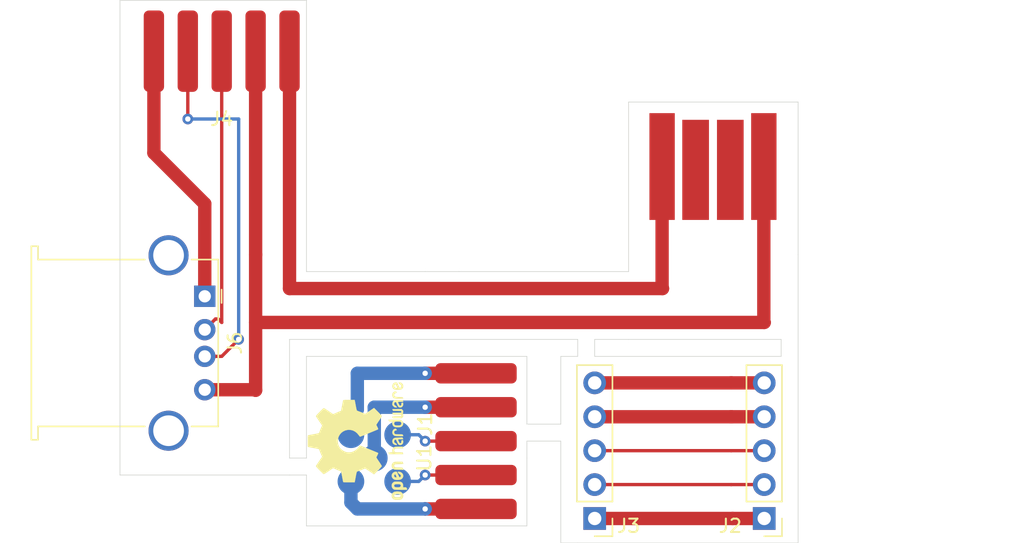
<source format=kicad_pcb>
(kicad_pcb (version 20171130) (host pcbnew 5.1.4)

  (general
    (thickness 1.6)
    (drawings 35)
    (tracks 66)
    (zones 0)
    (modules 8)
    (nets 17)
  )

  (page A4)
  (layers
    (0 F.Cu signal)
    (31 B.Cu signal)
    (32 B.Adhes user)
    (33 F.Adhes user)
    (34 B.Paste user)
    (35 F.Paste user)
    (36 B.SilkS user)
    (37 F.SilkS user)
    (38 B.Mask user)
    (39 F.Mask user)
    (40 Dwgs.User user)
    (41 Cmts.User user)
    (42 Eco1.User user)
    (43 Eco2.User user)
    (44 Edge.Cuts user)
    (45 Margin user)
    (46 B.CrtYd user)
    (47 F.CrtYd user)
    (48 B.Fab user)
    (49 F.Fab user)
  )

  (setup
    (last_trace_width 0.25)
    (trace_clearance 0.2)
    (zone_clearance 0.508)
    (zone_45_only no)
    (trace_min 0.2)
    (via_size 0.8)
    (via_drill 0.4)
    (via_min_size 0.4)
    (via_min_drill 0.3)
    (uvia_size 0.3)
    (uvia_drill 0.1)
    (uvias_allowed no)
    (uvia_min_size 0.2)
    (uvia_min_drill 0.1)
    (edge_width 0.05)
    (segment_width 0.2)
    (pcb_text_width 0.3)
    (pcb_text_size 1.5 1.5)
    (mod_edge_width 0.12)
    (mod_text_size 1 1)
    (mod_text_width 0.15)
    (pad_size 1.524 1.524)
    (pad_drill 0.762)
    (pad_to_mask_clearance 0.051)
    (solder_mask_min_width 0.25)
    (aux_axis_origin 0 0)
    (visible_elements FFFFFF7F)
    (pcbplotparams
      (layerselection 0x010e0_ffffffff)
      (usegerberextensions false)
      (usegerberattributes false)
      (usegerberadvancedattributes false)
      (creategerberjobfile false)
      (excludeedgelayer true)
      (linewidth 0.100000)
      (plotframeref false)
      (viasonmask false)
      (mode 1)
      (useauxorigin false)
      (hpglpennumber 1)
      (hpglpenspeed 20)
      (hpglpendiameter 15.000000)
      (psnegative false)
      (psa4output false)
      (plotreference true)
      (plotvalue true)
      (plotinvisibletext false)
      (padsonsilk false)
      (subtractmaskfromsilk false)
      (outputformat 1)
      (mirror false)
      (drillshape 0)
      (scaleselection 1)
      (outputdirectory "output/"))
  )

  (net 0 "")
  (net 1 "Net-(J1-Pad1)")
  (net 2 "Net-(J1-Pad2)")
  (net 3 "Net-(J1-Pad3)")
  (net 4 "Net-(J1-Pad4)")
  (net 5 "Net-(J1-Pad5)")
  (net 6 "Net-(J2-Pad1)")
  (net 7 "Net-(J2-Pad2)")
  (net 8 "Net-(J2-Pad3)")
  (net 9 "Net-(J2-Pad4)")
  (net 10 "Net-(J2-Pad5)")
  (net 11 "Net-(J4-Pad5)")
  (net 12 "Net-(J4-Pad4)")
  (net 13 "Net-(J4-Pad3)")
  (net 14 "Net-(J4-Pad2)")
  (net 15 "Net-(J4-Pad1)")
  (net 16 "Net-(J6-Pad5)")

  (net_class Default "This is the default net class."
    (clearance 0.2)
    (trace_width 0.25)
    (via_dia 0.8)
    (via_drill 0.4)
    (uvia_dia 0.3)
    (uvia_drill 0.1)
    (add_net "Net-(J1-Pad1)")
    (add_net "Net-(J1-Pad2)")
    (add_net "Net-(J1-Pad3)")
    (add_net "Net-(J1-Pad4)")
    (add_net "Net-(J1-Pad5)")
    (add_net "Net-(J2-Pad1)")
    (add_net "Net-(J2-Pad2)")
    (add_net "Net-(J2-Pad3)")
    (add_net "Net-(J2-Pad4)")
    (add_net "Net-(J2-Pad5)")
    (add_net "Net-(J4-Pad1)")
    (add_net "Net-(J4-Pad2)")
    (add_net "Net-(J4-Pad3)")
    (add_net "Net-(J4-Pad4)")
    (add_net "Net-(J4-Pad5)")
    (add_net "Net-(J6-Pad5)")
  )

  (module Connector_PinHeader_2.54mm:PinHeader_1x05_P2.54mm_Vertical (layer F.Cu) (tedit 59FED5CC) (tstamp 5D8FB0A6)
    (at 149.86 115.014999 180)
    (descr "Through hole straight pin header, 1x05, 2.54mm pitch, single row")
    (tags "Through hole pin header THT 1x05 2.54mm single row")
    (path /5D8FADFA)
    (fp_text reference J3 (at -2.54 -0.555001) (layer F.SilkS)
      (effects (font (size 1 1) (thickness 0.15)))
    )
    (fp_text value Conn_01x05_Male (at 0 12.49) (layer F.Fab)
      (effects (font (size 1 1) (thickness 0.15)))
    )
    (fp_text user %R (at 0 5.08 90) (layer F.Fab)
      (effects (font (size 1 1) (thickness 0.15)))
    )
    (fp_line (start 1.8 -1.8) (end -1.8 -1.8) (layer F.CrtYd) (width 0.05))
    (fp_line (start 1.8 11.95) (end 1.8 -1.8) (layer F.CrtYd) (width 0.05))
    (fp_line (start -1.8 11.95) (end 1.8 11.95) (layer F.CrtYd) (width 0.05))
    (fp_line (start -1.8 -1.8) (end -1.8 11.95) (layer F.CrtYd) (width 0.05))
    (fp_line (start -1.33 -1.33) (end 0 -1.33) (layer F.SilkS) (width 0.12))
    (fp_line (start -1.33 0) (end -1.33 -1.33) (layer F.SilkS) (width 0.12))
    (fp_line (start -1.33 1.27) (end 1.33 1.27) (layer F.SilkS) (width 0.12))
    (fp_line (start 1.33 1.27) (end 1.33 11.49) (layer F.SilkS) (width 0.12))
    (fp_line (start -1.33 1.27) (end -1.33 11.49) (layer F.SilkS) (width 0.12))
    (fp_line (start -1.33 11.49) (end 1.33 11.49) (layer F.SilkS) (width 0.12))
    (fp_line (start -1.27 -0.635) (end -0.635 -1.27) (layer F.Fab) (width 0.1))
    (fp_line (start -1.27 11.43) (end -1.27 -0.635) (layer F.Fab) (width 0.1))
    (fp_line (start 1.27 11.43) (end -1.27 11.43) (layer F.Fab) (width 0.1))
    (fp_line (start 1.27 -1.27) (end 1.27 11.43) (layer F.Fab) (width 0.1))
    (fp_line (start -0.635 -1.27) (end 1.27 -1.27) (layer F.Fab) (width 0.1))
    (pad 5 thru_hole oval (at 0 10.16 180) (size 1.7 1.7) (drill 1) (layers *.Cu *.Mask)
      (net 10 "Net-(J2-Pad5)"))
    (pad 4 thru_hole oval (at 0 7.62 180) (size 1.7 1.7) (drill 1) (layers *.Cu *.Mask)
      (net 9 "Net-(J2-Pad4)"))
    (pad 3 thru_hole oval (at 0 5.08 180) (size 1.7 1.7) (drill 1) (layers *.Cu *.Mask)
      (net 8 "Net-(J2-Pad3)"))
    (pad 2 thru_hole oval (at 0 2.54 180) (size 1.7 1.7) (drill 1) (layers *.Cu *.Mask)
      (net 7 "Net-(J2-Pad2)"))
    (pad 1 thru_hole rect (at 0 0 180) (size 1.7 1.7) (drill 1) (layers *.Cu *.Mask)
      (net 6 "Net-(J2-Pad1)"))
    (model ${KISYS3DMOD}/Connector_PinHeader_2.54mm.3dshapes/PinHeader_1x05_P2.54mm_Vertical.wrl
      (at (xyz 0 0 0))
      (scale (xyz 1 1 1))
      (rotate (xyz 0 0 0))
    )
  )

  (module Symbol:OSHW-Logo2_9.8x8mm_SilkScreen (layer F.Cu) (tedit 0) (tstamp 5D8FAAC9)
    (at 132.08 109.22 90)
    (descr "Open Source Hardware Symbol")
    (tags "Logo Symbol OSHW")
    (attr virtual)
    (fp_text reference REF** (at 0 0 90) (layer F.SilkS) hide
      (effects (font (size 1 1) (thickness 0.15)))
    )
    (fp_text value OSHW-Logo2_9.8x8mm_SilkScreen (at 0.75 0 90) (layer F.Fab) hide
      (effects (font (size 1 1) (thickness 0.15)))
    )
    (fp_poly (pts (xy 0.139878 -3.712224) (xy 0.245612 -3.711645) (xy 0.322132 -3.710078) (xy 0.374372 -3.707028)
      (xy 0.407263 -3.702004) (xy 0.425737 -3.694511) (xy 0.434727 -3.684056) (xy 0.439163 -3.670147)
      (xy 0.439594 -3.668346) (xy 0.446333 -3.635855) (xy 0.458808 -3.571748) (xy 0.475719 -3.482849)
      (xy 0.495771 -3.375981) (xy 0.517664 -3.257967) (xy 0.518429 -3.253822) (xy 0.540359 -3.138169)
      (xy 0.560877 -3.035986) (xy 0.578659 -2.953402) (xy 0.592381 -2.896544) (xy 0.600718 -2.871542)
      (xy 0.601116 -2.871099) (xy 0.625677 -2.85889) (xy 0.676315 -2.838544) (xy 0.742095 -2.814455)
      (xy 0.742461 -2.814326) (xy 0.825317 -2.783182) (xy 0.923 -2.743509) (xy 1.015077 -2.703619)
      (xy 1.019434 -2.701647) (xy 1.169407 -2.63358) (xy 1.501498 -2.860361) (xy 1.603374 -2.929496)
      (xy 1.695657 -2.991303) (xy 1.773003 -3.042267) (xy 1.830064 -3.078873) (xy 1.861495 -3.097606)
      (xy 1.864479 -3.098996) (xy 1.887321 -3.09281) (xy 1.929982 -3.062965) (xy 1.994128 -3.008053)
      (xy 2.081421 -2.926666) (xy 2.170535 -2.840078) (xy 2.256441 -2.754753) (xy 2.333327 -2.676892)
      (xy 2.396564 -2.611303) (xy 2.441523 -2.562795) (xy 2.463576 -2.536175) (xy 2.464396 -2.534805)
      (xy 2.466834 -2.516537) (xy 2.45765 -2.486705) (xy 2.434574 -2.441279) (xy 2.395337 -2.37623)
      (xy 2.33767 -2.28753) (xy 2.260795 -2.173343) (xy 2.19257 -2.072838) (xy 2.131582 -1.982697)
      (xy 2.081356 -1.908151) (xy 2.045416 -1.854435) (xy 2.027287 -1.826782) (xy 2.026146 -1.824905)
      (xy 2.028359 -1.79841) (xy 2.045138 -1.746914) (xy 2.073142 -1.680149) (xy 2.083122 -1.658828)
      (xy 2.126672 -1.563841) (xy 2.173134 -1.456063) (xy 2.210877 -1.362808) (xy 2.238073 -1.293594)
      (xy 2.259675 -1.240994) (xy 2.272158 -1.213503) (xy 2.273709 -1.211384) (xy 2.296668 -1.207876)
      (xy 2.350786 -1.198262) (xy 2.428868 -1.183911) (xy 2.523719 -1.166193) (xy 2.628143 -1.146475)
      (xy 2.734944 -1.126126) (xy 2.836926 -1.106514) (xy 2.926894 -1.089009) (xy 2.997653 -1.074978)
      (xy 3.042006 -1.065791) (xy 3.052885 -1.063193) (xy 3.064122 -1.056782) (xy 3.072605 -1.042303)
      (xy 3.078714 -1.014867) (xy 3.082832 -0.969589) (xy 3.085341 -0.90158) (xy 3.086621 -0.805953)
      (xy 3.087054 -0.67782) (xy 3.087077 -0.625299) (xy 3.087077 -0.198155) (xy 2.9845 -0.177909)
      (xy 2.927431 -0.16693) (xy 2.842269 -0.150905) (xy 2.739372 -0.131767) (xy 2.629096 -0.111449)
      (xy 2.598615 -0.105868) (xy 2.496855 -0.086083) (xy 2.408205 -0.066627) (xy 2.340108 -0.049303)
      (xy 2.300004 -0.035912) (xy 2.293323 -0.031921) (xy 2.276919 -0.003658) (xy 2.253399 0.051109)
      (xy 2.227316 0.121588) (xy 2.222142 0.136769) (xy 2.187956 0.230896) (xy 2.145523 0.337101)
      (xy 2.103997 0.432473) (xy 2.103792 0.432916) (xy 2.03464 0.582525) (xy 2.489512 1.251617)
      (xy 2.1975 1.544116) (xy 2.10918 1.63117) (xy 2.028625 1.707909) (xy 1.96036 1.770237)
      (xy 1.908908 1.814056) (xy 1.878794 1.83527) (xy 1.874474 1.836616) (xy 1.849111 1.826016)
      (xy 1.797358 1.796547) (xy 1.724868 1.751705) (xy 1.637294 1.694984) (xy 1.542612 1.631462)
      (xy 1.446516 1.566668) (xy 1.360837 1.510287) (xy 1.291016 1.465788) (xy 1.242494 1.436639)
      (xy 1.220782 1.426308) (xy 1.194293 1.43505) (xy 1.144062 1.458087) (xy 1.080451 1.490631)
      (xy 1.073708 1.494249) (xy 0.988046 1.53721) (xy 0.929306 1.558279) (xy 0.892772 1.558503)
      (xy 0.873731 1.538928) (xy 0.87362 1.538654) (xy 0.864102 1.515472) (xy 0.841403 1.460441)
      (xy 0.807282 1.377822) (xy 0.7635 1.271872) (xy 0.711816 1.146852) (xy 0.653992 1.00702)
      (xy 0.597991 0.871637) (xy 0.536447 0.722234) (xy 0.479939 0.583832) (xy 0.430161 0.460673)
      (xy 0.388806 0.357002) (xy 0.357568 0.277059) (xy 0.338141 0.225088) (xy 0.332154 0.205692)
      (xy 0.347168 0.183443) (xy 0.386439 0.147982) (xy 0.438807 0.108887) (xy 0.587941 -0.014755)
      (xy 0.704511 -0.156478) (xy 0.787118 -0.313296) (xy 0.834366 -0.482225) (xy 0.844857 -0.660278)
      (xy 0.837231 -0.742461) (xy 0.795682 -0.912969) (xy 0.724123 -1.063541) (xy 0.626995 -1.192691)
      (xy 0.508734 -1.298936) (xy 0.37378 -1.38079) (xy 0.226571 -1.436768) (xy 0.071544 -1.465385)
      (xy -0.086861 -1.465156) (xy -0.244206 -1.434595) (xy -0.396054 -1.372218) (xy -0.537965 -1.27654)
      (xy -0.597197 -1.222428) (xy -0.710797 -1.08348) (xy -0.789894 -0.931639) (xy -0.835014 -0.771333)
      (xy -0.846684 -0.606988) (xy -0.825431 -0.443029) (xy -0.77178 -0.283882) (xy -0.68626 -0.133975)
      (xy -0.569395 0.002267) (xy -0.438807 0.108887) (xy -0.384412 0.149642) (xy -0.345986 0.184718)
      (xy -0.332154 0.205726) (xy -0.339397 0.228635) (xy -0.359995 0.283365) (xy -0.392254 0.365672)
      (xy -0.434479 0.471315) (xy -0.484977 0.59605) (xy -0.542052 0.735636) (xy -0.598146 0.87167)
      (xy -0.660033 1.021201) (xy -0.717356 1.159767) (xy -0.768356 1.283107) (xy -0.811273 1.386964)
      (xy -0.844347 1.46708) (xy -0.865819 1.519195) (xy -0.873775 1.538654) (xy -0.892571 1.558423)
      (xy -0.928926 1.558365) (xy -0.987521 1.537441) (xy -1.073032 1.494613) (xy -1.073708 1.494249)
      (xy -1.138093 1.461012) (xy -1.190139 1.436802) (xy -1.219488 1.426404) (xy -1.220783 1.426308)
      (xy -1.242876 1.436855) (xy -1.291652 1.466184) (xy -1.361669 1.510827) (xy -1.447486 1.567314)
      (xy -1.542612 1.631462) (xy -1.63946 1.696411) (xy -1.726747 1.752896) (xy -1.798819 1.797421)
      (xy -1.850023 1.82649) (xy -1.874474 1.836616) (xy -1.89699 1.823307) (xy -1.942258 1.786112)
      (xy -2.005756 1.729128) (xy -2.082961 1.656449) (xy -2.169349 1.572171) (xy -2.197601 1.544016)
      (xy -2.489713 1.251416) (xy -2.267369 0.925104) (xy -2.199798 0.824897) (xy -2.140493 0.734963)
      (xy -2.092783 0.66051) (xy -2.059993 0.606751) (xy -2.045452 0.578894) (xy -2.045026 0.576912)
      (xy -2.052692 0.550655) (xy -2.073311 0.497837) (xy -2.103315 0.42731) (xy -2.124375 0.380093)
      (xy -2.163752 0.289694) (xy -2.200835 0.198366) (xy -2.229585 0.1212) (xy -2.237395 0.097692)
      (xy -2.259583 0.034916) (xy -2.281273 -0.013589) (xy -2.293187 -0.031921) (xy -2.319477 -0.043141)
      (xy -2.376858 -0.059046) (xy -2.457882 -0.077833) (xy -2.555105 -0.097701) (xy -2.598615 -0.105868)
      (xy -2.709104 -0.126171) (xy -2.815084 -0.14583) (xy -2.906199 -0.162912) (xy -2.972092 -0.175482)
      (xy -2.9845 -0.177909) (xy -3.087077 -0.198155) (xy -3.087077 -0.625299) (xy -3.086847 -0.765754)
      (xy -3.085901 -0.872021) (xy -3.083859 -0.948987) (xy -3.080338 -1.00154) (xy -3.074957 -1.034567)
      (xy -3.067334 -1.052955) (xy -3.057088 -1.061592) (xy -3.052885 -1.063193) (xy -3.02753 -1.068873)
      (xy -2.971516 -1.080205) (xy -2.892036 -1.095821) (xy -2.796288 -1.114353) (xy -2.691467 -1.134431)
      (xy -2.584768 -1.154688) (xy -2.483387 -1.173754) (xy -2.394521 -1.190261) (xy -2.325363 -1.202841)
      (xy -2.283111 -1.210125) (xy -2.27371 -1.211384) (xy -2.265193 -1.228237) (xy -2.24634 -1.27313)
      (xy -2.220676 -1.33757) (xy -2.210877 -1.362808) (xy -2.171352 -1.460314) (xy -2.124808 -1.568041)
      (xy -2.083123 -1.658828) (xy -2.05245 -1.728247) (xy -2.032044 -1.78529) (xy -2.025232 -1.820223)
      (xy -2.026318 -1.824905) (xy -2.040715 -1.847009) (xy -2.073588 -1.896169) (xy -2.12141 -1.967152)
      (xy -2.180652 -2.054722) (xy -2.247785 -2.153643) (xy -2.261059 -2.17317) (xy -2.338954 -2.28886)
      (xy -2.396213 -2.376956) (xy -2.435119 -2.441514) (xy -2.457956 -2.486589) (xy -2.467006 -2.516237)
      (xy -2.464552 -2.534515) (xy -2.464489 -2.534631) (xy -2.445173 -2.558639) (xy -2.402449 -2.605053)
      (xy -2.340949 -2.669063) (xy -2.265302 -2.745855) (xy -2.180139 -2.830618) (xy -2.170535 -2.840078)
      (xy -2.06321 -2.944011) (xy -1.980385 -3.020325) (xy -1.920395 -3.070429) (xy -1.881577 -3.09573)
      (xy -1.86448 -3.098996) (xy -1.839527 -3.08475) (xy -1.787745 -3.051844) (xy -1.71448 -3.003792)
      (xy -1.62508 -2.94411) (xy -1.524889 -2.876312) (xy -1.501499 -2.860361) (xy -1.169407 -2.63358)
      (xy -1.019435 -2.701647) (xy -0.92823 -2.741315) (xy -0.830331 -2.781209) (xy -0.746169 -2.813017)
      (xy -0.742462 -2.814326) (xy -0.676631 -2.838424) (xy -0.625884 -2.8588) (xy -0.601158 -2.871064)
      (xy -0.601116 -2.871099) (xy -0.593271 -2.893266) (xy -0.579934 -2.947783) (xy -0.56243 -3.02852)
      (xy -0.542083 -3.12935) (xy -0.520218 -3.244144) (xy -0.518429 -3.253822) (xy -0.496496 -3.372096)
      (xy -0.47636 -3.479458) (xy -0.45932 -3.569083) (xy -0.446672 -3.634149) (xy -0.439716 -3.667832)
      (xy -0.439594 -3.668346) (xy -0.435361 -3.682675) (xy -0.427129 -3.693493) (xy -0.409967 -3.701294)
      (xy -0.378942 -3.706571) (xy -0.329122 -3.709818) (xy -0.255576 -3.711528) (xy -0.153371 -3.712193)
      (xy -0.017575 -3.712307) (xy 0 -3.712308) (xy 0.139878 -3.712224)) (layer F.SilkS) (width 0.01))
    (fp_poly (pts (xy 4.245224 2.647838) (xy 4.322528 2.698361) (xy 4.359814 2.74359) (xy 4.389353 2.825663)
      (xy 4.391699 2.890607) (xy 4.386385 2.977445) (xy 4.186115 3.065103) (xy 4.088739 3.109887)
      (xy 4.025113 3.145913) (xy 3.992029 3.177117) (xy 3.98628 3.207436) (xy 4.004658 3.240805)
      (xy 4.024923 3.262923) (xy 4.083889 3.298393) (xy 4.148024 3.300879) (xy 4.206926 3.273235)
      (xy 4.250197 3.21832) (xy 4.257936 3.198928) (xy 4.295006 3.138364) (xy 4.337654 3.112552)
      (xy 4.396154 3.090471) (xy 4.396154 3.174184) (xy 4.390982 3.23115) (xy 4.370723 3.279189)
      (xy 4.328262 3.334346) (xy 4.321951 3.341514) (xy 4.27472 3.390585) (xy 4.234121 3.41692)
      (xy 4.183328 3.429035) (xy 4.14122 3.433003) (xy 4.065902 3.433991) (xy 4.012286 3.421466)
      (xy 3.978838 3.402869) (xy 3.926268 3.361975) (xy 3.889879 3.317748) (xy 3.86685 3.262126)
      (xy 3.854359 3.187047) (xy 3.849587 3.084449) (xy 3.849206 3.032376) (xy 3.850501 2.969948)
      (xy 3.968471 2.969948) (xy 3.969839 3.003438) (xy 3.973249 3.008923) (xy 3.995753 3.001472)
      (xy 4.044182 2.981753) (xy 4.108908 2.953718) (xy 4.122443 2.947692) (xy 4.204244 2.906096)
      (xy 4.249312 2.869538) (xy 4.259217 2.835296) (xy 4.235526 2.800648) (xy 4.21596 2.785339)
      (xy 4.14536 2.754721) (xy 4.07928 2.75978) (xy 4.023959 2.797151) (xy 3.985636 2.863473)
      (xy 3.973349 2.916116) (xy 3.968471 2.969948) (xy 3.850501 2.969948) (xy 3.85173 2.91072)
      (xy 3.861032 2.82071) (xy 3.87946 2.755167) (xy 3.90936 2.706912) (xy 3.95308 2.668767)
      (xy 3.972141 2.65644) (xy 4.058726 2.624336) (xy 4.153522 2.622316) (xy 4.245224 2.647838)) (layer F.SilkS) (width 0.01))
    (fp_poly (pts (xy 3.570807 2.636782) (xy 3.594161 2.646988) (xy 3.649902 2.691134) (xy 3.697569 2.754967)
      (xy 3.727048 2.823087) (xy 3.731846 2.85667) (xy 3.71576 2.903556) (xy 3.680475 2.928365)
      (xy 3.642644 2.943387) (xy 3.625321 2.946155) (xy 3.616886 2.926066) (xy 3.60023 2.882351)
      (xy 3.592923 2.862598) (xy 3.551948 2.794271) (xy 3.492622 2.760191) (xy 3.416552 2.761239)
      (xy 3.410918 2.762581) (xy 3.370305 2.781836) (xy 3.340448 2.819375) (xy 3.320055 2.879809)
      (xy 3.307836 2.967751) (xy 3.3025 3.087813) (xy 3.302 3.151698) (xy 3.301752 3.252403)
      (xy 3.300126 3.321054) (xy 3.295801 3.364673) (xy 3.287454 3.390282) (xy 3.273765 3.404903)
      (xy 3.253411 3.415558) (xy 3.252234 3.416095) (xy 3.213038 3.432667) (xy 3.193619 3.438769)
      (xy 3.190635 3.420319) (xy 3.188081 3.369323) (xy 3.18614 3.292308) (xy 3.184997 3.195805)
      (xy 3.184769 3.125184) (xy 3.185932 2.988525) (xy 3.190479 2.884851) (xy 3.199999 2.808108)
      (xy 3.216081 2.752246) (xy 3.240313 2.711212) (xy 3.274286 2.678954) (xy 3.307833 2.65644)
      (xy 3.388499 2.626476) (xy 3.482381 2.619718) (xy 3.570807 2.636782)) (layer F.SilkS) (width 0.01))
    (fp_poly (pts (xy 2.887333 2.633528) (xy 2.94359 2.659117) (xy 2.987747 2.690124) (xy 3.020101 2.724795)
      (xy 3.042438 2.76952) (xy 3.056546 2.830692) (xy 3.064211 2.914701) (xy 3.06722 3.02794)
      (xy 3.067538 3.102509) (xy 3.067538 3.39342) (xy 3.017773 3.416095) (xy 2.978576 3.432667)
      (xy 2.959157 3.438769) (xy 2.955442 3.42061) (xy 2.952495 3.371648) (xy 2.950691 3.300153)
      (xy 2.950308 3.243385) (xy 2.948661 3.161371) (xy 2.944222 3.096309) (xy 2.93774 3.056467)
      (xy 2.93259 3.048) (xy 2.897977 3.056646) (xy 2.84364 3.078823) (xy 2.780722 3.108886)
      (xy 2.720368 3.141192) (xy 2.673721 3.170098) (xy 2.651926 3.189961) (xy 2.651839 3.190175)
      (xy 2.653714 3.226935) (xy 2.670525 3.262026) (xy 2.700039 3.290528) (xy 2.743116 3.300061)
      (xy 2.779932 3.29895) (xy 2.832074 3.298133) (xy 2.859444 3.310349) (xy 2.875882 3.342624)
      (xy 2.877955 3.34871) (xy 2.885081 3.394739) (xy 2.866024 3.422687) (xy 2.816353 3.436007)
      (xy 2.762697 3.43847) (xy 2.666142 3.42021) (xy 2.616159 3.394131) (xy 2.554429 3.332868)
      (xy 2.52169 3.25767) (xy 2.518753 3.178211) (xy 2.546424 3.104167) (xy 2.588047 3.057769)
      (xy 2.629604 3.031793) (xy 2.694922 2.998907) (xy 2.771038 2.965557) (xy 2.783726 2.960461)
      (xy 2.867333 2.923565) (xy 2.91553 2.891046) (xy 2.93103 2.858718) (xy 2.91655 2.822394)
      (xy 2.891692 2.794) (xy 2.832939 2.759039) (xy 2.768293 2.756417) (xy 2.709008 2.783358)
      (xy 2.666339 2.837088) (xy 2.660739 2.85095) (xy 2.628133 2.901936) (xy 2.58053 2.939787)
      (xy 2.520461 2.97085) (xy 2.520461 2.882768) (xy 2.523997 2.828951) (xy 2.539156 2.786534)
      (xy 2.572768 2.741279) (xy 2.605035 2.70642) (xy 2.655209 2.657062) (xy 2.694193 2.630547)
      (xy 2.736064 2.619911) (xy 2.78346 2.618154) (xy 2.887333 2.633528)) (layer F.SilkS) (width 0.01))
    (fp_poly (pts (xy 2.395929 2.636662) (xy 2.398911 2.688068) (xy 2.401247 2.766192) (xy 2.402749 2.864857)
      (xy 2.403231 2.968343) (xy 2.403231 3.318533) (xy 2.341401 3.380363) (xy 2.298793 3.418462)
      (xy 2.26139 3.433895) (xy 2.21027 3.432918) (xy 2.189978 3.430433) (xy 2.126554 3.4232)
      (xy 2.074095 3.419055) (xy 2.061308 3.418672) (xy 2.018199 3.421176) (xy 1.956544 3.427462)
      (xy 1.932638 3.430433) (xy 1.873922 3.435028) (xy 1.834464 3.425046) (xy 1.795338 3.394228)
      (xy 1.781215 3.380363) (xy 1.719385 3.318533) (xy 1.719385 2.663503) (xy 1.76915 2.640829)
      (xy 1.812002 2.624034) (xy 1.837073 2.618154) (xy 1.843501 2.636736) (xy 1.849509 2.688655)
      (xy 1.854697 2.768172) (xy 1.858664 2.869546) (xy 1.860577 2.955192) (xy 1.865923 3.292231)
      (xy 1.91256 3.298825) (xy 1.954976 3.294214) (xy 1.97576 3.279287) (xy 1.98157 3.251377)
      (xy 1.98653 3.191925) (xy 1.990246 3.108466) (xy 1.992324 3.008532) (xy 1.992624 2.957104)
      (xy 1.992923 2.661054) (xy 2.054454 2.639604) (xy 2.098004 2.62502) (xy 2.121694 2.618219)
      (xy 2.122377 2.618154) (xy 2.124754 2.636642) (xy 2.127366 2.687906) (xy 2.129995 2.765649)
      (xy 2.132421 2.863574) (xy 2.134115 2.955192) (xy 2.139461 3.292231) (xy 2.256692 3.292231)
      (xy 2.262072 2.984746) (xy 2.267451 2.677261) (xy 2.324601 2.647707) (xy 2.366797 2.627413)
      (xy 2.39177 2.618204) (xy 2.392491 2.618154) (xy 2.395929 2.636662)) (layer F.SilkS) (width 0.01))
    (fp_poly (pts (xy 1.602081 2.780289) (xy 1.601833 2.92632) (xy 1.600872 3.038655) (xy 1.598794 3.122678)
      (xy 1.595193 3.183769) (xy 1.589665 3.227309) (xy 1.581804 3.258679) (xy 1.571207 3.283262)
      (xy 1.563182 3.297294) (xy 1.496728 3.373388) (xy 1.41247 3.421084) (xy 1.319249 3.438199)
      (xy 1.2259 3.422546) (xy 1.170312 3.394418) (xy 1.111957 3.34576) (xy 1.072186 3.286333)
      (xy 1.04819 3.208507) (xy 1.037161 3.104652) (xy 1.035599 3.028462) (xy 1.035809 3.022986)
      (xy 1.172308 3.022986) (xy 1.173141 3.110355) (xy 1.176961 3.168192) (xy 1.185746 3.206029)
      (xy 1.201474 3.233398) (xy 1.220266 3.254042) (xy 1.283375 3.29389) (xy 1.351137 3.297295)
      (xy 1.415179 3.264025) (xy 1.420164 3.259517) (xy 1.441439 3.236067) (xy 1.454779 3.208166)
      (xy 1.462001 3.166641) (xy 1.464923 3.102316) (xy 1.465385 3.0312) (xy 1.464383 2.941858)
      (xy 1.460238 2.882258) (xy 1.451236 2.843089) (xy 1.435667 2.81504) (xy 1.422902 2.800144)
      (xy 1.3636 2.762575) (xy 1.295301 2.758057) (xy 1.23011 2.786753) (xy 1.217528 2.797406)
      (xy 1.196111 2.821063) (xy 1.182744 2.849251) (xy 1.175566 2.891245) (xy 1.172719 2.956319)
      (xy 1.172308 3.022986) (xy 1.035809 3.022986) (xy 1.040322 2.905765) (xy 1.056362 2.813577)
      (xy 1.086528 2.744269) (xy 1.133629 2.690211) (xy 1.170312 2.662505) (xy 1.23699 2.632572)
      (xy 1.314272 2.618678) (xy 1.38611 2.622397) (xy 1.426308 2.6374) (xy 1.442082 2.64167)
      (xy 1.45255 2.62575) (xy 1.459856 2.583089) (xy 1.465385 2.518106) (xy 1.471437 2.445732)
      (xy 1.479844 2.402187) (xy 1.495141 2.377287) (xy 1.521864 2.360845) (xy 1.538654 2.353564)
      (xy 1.602154 2.326963) (xy 1.602081 2.780289)) (layer F.SilkS) (width 0.01))
    (fp_poly (pts (xy 0.713362 2.62467) (xy 0.802117 2.657421) (xy 0.874022 2.71535) (xy 0.902144 2.756128)
      (xy 0.932802 2.830954) (xy 0.932165 2.885058) (xy 0.899987 2.921446) (xy 0.888081 2.927633)
      (xy 0.836675 2.946925) (xy 0.810422 2.941982) (xy 0.80153 2.909587) (xy 0.801077 2.891692)
      (xy 0.784797 2.825859) (xy 0.742365 2.779807) (xy 0.683388 2.757564) (xy 0.617475 2.763161)
      (xy 0.563895 2.792229) (xy 0.545798 2.80881) (xy 0.532971 2.828925) (xy 0.524306 2.859332)
      (xy 0.518696 2.906788) (xy 0.515035 2.97805) (xy 0.512215 3.079875) (xy 0.511484 3.112115)
      (xy 0.50882 3.22241) (xy 0.505792 3.300036) (xy 0.50125 3.351396) (xy 0.494046 3.38289)
      (xy 0.483033 3.40092) (xy 0.46706 3.411888) (xy 0.456834 3.416733) (xy 0.413406 3.433301)
      (xy 0.387842 3.438769) (xy 0.379395 3.420507) (xy 0.374239 3.365296) (xy 0.372346 3.272499)
      (xy 0.373689 3.141478) (xy 0.374107 3.121269) (xy 0.377058 3.001733) (xy 0.380548 2.914449)
      (xy 0.385514 2.852591) (xy 0.392893 2.809336) (xy 0.403624 2.77786) (xy 0.418645 2.751339)
      (xy 0.426502 2.739975) (xy 0.471553 2.689692) (xy 0.52194 2.650581) (xy 0.528108 2.647167)
      (xy 0.618458 2.620212) (xy 0.713362 2.62467)) (layer F.SilkS) (width 0.01))
    (fp_poly (pts (xy 0.053501 2.626303) (xy 0.13006 2.654733) (xy 0.130936 2.655279) (xy 0.178285 2.690127)
      (xy 0.213241 2.730852) (xy 0.237825 2.783925) (xy 0.254062 2.855814) (xy 0.263975 2.952992)
      (xy 0.269586 3.081928) (xy 0.270077 3.100298) (xy 0.277141 3.377287) (xy 0.217695 3.408028)
      (xy 0.174681 3.428802) (xy 0.14871 3.438646) (xy 0.147509 3.438769) (xy 0.143014 3.420606)
      (xy 0.139444 3.371612) (xy 0.137248 3.300031) (xy 0.136769 3.242068) (xy 0.136758 3.14817)
      (xy 0.132466 3.089203) (xy 0.117503 3.061079) (xy 0.085482 3.059706) (xy 0.030014 3.080998)
      (xy -0.053731 3.120136) (xy -0.115311 3.152643) (xy -0.146983 3.180845) (xy -0.156294 3.211582)
      (xy -0.156308 3.213104) (xy -0.140943 3.266054) (xy -0.095453 3.29466) (xy -0.025834 3.298803)
      (xy 0.024313 3.298084) (xy 0.050754 3.312527) (xy 0.067243 3.347218) (xy 0.076733 3.391416)
      (xy 0.063057 3.416493) (xy 0.057907 3.420082) (xy 0.009425 3.434496) (xy -0.058469 3.436537)
      (xy -0.128388 3.426983) (xy -0.177932 3.409522) (xy -0.24643 3.351364) (xy -0.285366 3.270408)
      (xy -0.293077 3.20716) (xy -0.287193 3.150111) (xy -0.265899 3.103542) (xy -0.223735 3.062181)
      (xy -0.155241 3.020755) (xy -0.054956 2.973993) (xy -0.048846 2.97135) (xy 0.04149 2.929617)
      (xy 0.097235 2.895391) (xy 0.121129 2.864635) (xy 0.115913 2.833311) (xy 0.084328 2.797383)
      (xy 0.074883 2.789116) (xy 0.011617 2.757058) (xy -0.053936 2.758407) (xy -0.111028 2.789838)
      (xy -0.148907 2.848024) (xy -0.152426 2.859446) (xy -0.1867 2.914837) (xy -0.230191 2.941518)
      (xy -0.293077 2.96796) (xy -0.293077 2.899548) (xy -0.273948 2.80011) (xy -0.217169 2.708902)
      (xy -0.187622 2.678389) (xy -0.120458 2.639228) (xy -0.035044 2.6215) (xy 0.053501 2.626303)) (layer F.SilkS) (width 0.01))
    (fp_poly (pts (xy -0.840154 2.49212) (xy -0.834428 2.57198) (xy -0.827851 2.619039) (xy -0.818738 2.639566)
      (xy -0.805402 2.639829) (xy -0.801077 2.637378) (xy -0.743556 2.619636) (xy -0.668732 2.620672)
      (xy -0.592661 2.63891) (xy -0.545082 2.662505) (xy -0.496298 2.700198) (xy -0.460636 2.742855)
      (xy -0.436155 2.797057) (xy -0.420913 2.869384) (xy -0.41297 2.966419) (xy -0.410384 3.094742)
      (xy -0.410338 3.119358) (xy -0.410308 3.39587) (xy -0.471839 3.41732) (xy -0.515541 3.431912)
      (xy -0.539518 3.438706) (xy -0.540223 3.438769) (xy -0.542585 3.420345) (xy -0.544594 3.369526)
      (xy -0.546099 3.292993) (xy -0.546947 3.19743) (xy -0.547077 3.139329) (xy -0.547349 3.024771)
      (xy -0.548748 2.942667) (xy -0.552151 2.886393) (xy -0.558433 2.849326) (xy -0.568471 2.824844)
      (xy -0.583139 2.806325) (xy -0.592298 2.797406) (xy -0.655211 2.761466) (xy -0.723864 2.758775)
      (xy -0.786152 2.78917) (xy -0.797671 2.800144) (xy -0.814567 2.820779) (xy -0.826286 2.845256)
      (xy -0.833767 2.880647) (xy -0.837946 2.934026) (xy -0.839763 3.012466) (xy -0.840154 3.120617)
      (xy -0.840154 3.39587) (xy -0.901685 3.41732) (xy -0.945387 3.431912) (xy -0.969364 3.438706)
      (xy -0.97007 3.438769) (xy -0.971874 3.420069) (xy -0.9735 3.367322) (xy -0.974883 3.285557)
      (xy -0.975958 3.179805) (xy -0.97666 3.055094) (xy -0.976923 2.916455) (xy -0.976923 2.381806)
      (xy -0.849923 2.328236) (xy -0.840154 2.49212)) (layer F.SilkS) (width 0.01))
    (fp_poly (pts (xy -2.465746 2.599745) (xy -2.388714 2.651567) (xy -2.329184 2.726412) (xy -2.293622 2.821654)
      (xy -2.286429 2.891756) (xy -2.287246 2.921009) (xy -2.294086 2.943407) (xy -2.312888 2.963474)
      (xy -2.349592 2.985733) (xy -2.410138 3.014709) (xy -2.500466 3.054927) (xy -2.500923 3.055129)
      (xy -2.584067 3.09321) (xy -2.652247 3.127025) (xy -2.698495 3.152933) (xy -2.715842 3.167295)
      (xy -2.715846 3.167411) (xy -2.700557 3.198685) (xy -2.664804 3.233157) (xy -2.623758 3.25799)
      (xy -2.602963 3.262923) (xy -2.54623 3.245862) (xy -2.497373 3.203133) (xy -2.473535 3.156155)
      (xy -2.450603 3.121522) (xy -2.405682 3.082081) (xy -2.352877 3.048009) (xy -2.30629 3.02948)
      (xy -2.296548 3.028462) (xy -2.285582 3.045215) (xy -2.284921 3.088039) (xy -2.29298 3.145781)
      (xy -2.308173 3.207289) (xy -2.328914 3.261409) (xy -2.329962 3.26351) (xy -2.392379 3.35066)
      (xy -2.473274 3.409939) (xy -2.565144 3.439034) (xy -2.660487 3.435634) (xy -2.751802 3.397428)
      (xy -2.755862 3.394741) (xy -2.827694 3.329642) (xy -2.874927 3.244705) (xy -2.901066 3.133021)
      (xy -2.904574 3.101643) (xy -2.910787 2.953536) (xy -2.903339 2.884468) (xy -2.715846 2.884468)
      (xy -2.71341 2.927552) (xy -2.700086 2.940126) (xy -2.666868 2.930719) (xy -2.614506 2.908483)
      (xy -2.555976 2.88061) (xy -2.554521 2.879872) (xy -2.504911 2.853777) (xy -2.485 2.836363)
      (xy -2.48991 2.818107) (xy -2.510584 2.79412) (xy -2.563181 2.759406) (xy -2.619823 2.756856)
      (xy -2.670631 2.782119) (xy -2.705724 2.830847) (xy -2.715846 2.884468) (xy -2.903339 2.884468)
      (xy -2.898008 2.835036) (xy -2.865222 2.741055) (xy -2.819579 2.675215) (xy -2.737198 2.608681)
      (xy -2.646454 2.575676) (xy -2.553815 2.573573) (xy -2.465746 2.599745)) (layer F.SilkS) (width 0.01))
    (fp_poly (pts (xy -3.983114 2.587256) (xy -3.891536 2.635409) (xy -3.823951 2.712905) (xy -3.799943 2.762727)
      (xy -3.781262 2.837533) (xy -3.771699 2.932052) (xy -3.770792 3.03521) (xy -3.778079 3.135935)
      (xy -3.793097 3.223153) (xy -3.815385 3.285791) (xy -3.822235 3.296579) (xy -3.903368 3.377105)
      (xy -3.999734 3.425336) (xy -4.104299 3.43945) (xy -4.210032 3.417629) (xy -4.239457 3.404547)
      (xy -4.296759 3.364231) (xy -4.34705 3.310775) (xy -4.351803 3.303995) (xy -4.371122 3.271321)
      (xy -4.383892 3.236394) (xy -4.391436 3.190414) (xy -4.395076 3.124584) (xy -4.396135 3.030105)
      (xy -4.396154 3.008923) (xy -4.396106 3.002182) (xy -4.200769 3.002182) (xy -4.199632 3.091349)
      (xy -4.195159 3.15052) (xy -4.185754 3.188741) (xy -4.169824 3.215053) (xy -4.161692 3.223846)
      (xy -4.114942 3.257261) (xy -4.069553 3.255737) (xy -4.02366 3.226752) (xy -3.996288 3.195809)
      (xy -3.980077 3.150643) (xy -3.970974 3.07942) (xy -3.970349 3.071114) (xy -3.968796 2.942037)
      (xy -3.985035 2.846172) (xy -4.018848 2.784107) (xy -4.070016 2.756432) (xy -4.08828 2.754923)
      (xy -4.13624 2.762513) (xy -4.169047 2.788808) (xy -4.189105 2.839095) (xy -4.198822 2.918664)
      (xy -4.200769 3.002182) (xy -4.396106 3.002182) (xy -4.395426 2.908249) (xy -4.392371 2.837906)
      (xy -4.385678 2.789163) (xy -4.37404 2.753288) (xy -4.356147 2.721548) (xy -4.352192 2.715648)
      (xy -4.285733 2.636104) (xy -4.213315 2.589929) (xy -4.125151 2.571599) (xy -4.095213 2.570703)
      (xy -3.983114 2.587256)) (layer F.SilkS) (width 0.01))
    (fp_poly (pts (xy -1.728336 2.595089) (xy -1.665633 2.631358) (xy -1.622039 2.667358) (xy -1.590155 2.705075)
      (xy -1.56819 2.751199) (xy -1.554351 2.812421) (xy -1.546847 2.895431) (xy -1.543883 3.006919)
      (xy -1.543539 3.087062) (xy -1.543539 3.382065) (xy -1.709615 3.456515) (xy -1.719385 3.133402)
      (xy -1.723421 3.012729) (xy -1.727656 2.925141) (xy -1.732903 2.86465) (xy -1.739975 2.825268)
      (xy -1.749689 2.801007) (xy -1.762856 2.78588) (xy -1.767081 2.782606) (xy -1.831091 2.757034)
      (xy -1.895792 2.767153) (xy -1.934308 2.794) (xy -1.949975 2.813024) (xy -1.96082 2.837988)
      (xy -1.967712 2.875834) (xy -1.971521 2.933502) (xy -1.973117 3.017935) (xy -1.973385 3.105928)
      (xy -1.973437 3.216323) (xy -1.975328 3.294463) (xy -1.981655 3.347165) (xy -1.995017 3.381242)
      (xy -2.018015 3.403511) (xy -2.053246 3.420787) (xy -2.100303 3.438738) (xy -2.151697 3.458278)
      (xy -2.145579 3.111485) (xy -2.143116 2.986468) (xy -2.140233 2.894082) (xy -2.136102 2.827881)
      (xy -2.129893 2.78142) (xy -2.120774 2.748256) (xy -2.107917 2.721944) (xy -2.092416 2.698729)
      (xy -2.017629 2.624569) (xy -1.926372 2.581684) (xy -1.827117 2.571412) (xy -1.728336 2.595089)) (layer F.SilkS) (width 0.01))
    (fp_poly (pts (xy -3.231114 2.584505) (xy -3.156461 2.621727) (xy -3.090569 2.690261) (xy -3.072423 2.715648)
      (xy -3.052655 2.748866) (xy -3.039828 2.784945) (xy -3.03249 2.833098) (xy -3.029187 2.902536)
      (xy -3.028462 2.994206) (xy -3.031737 3.11983) (xy -3.043123 3.214154) (xy -3.064959 3.284523)
      (xy -3.099581 3.338286) (xy -3.14933 3.382788) (xy -3.152986 3.385423) (xy -3.202015 3.412377)
      (xy -3.261055 3.425712) (xy -3.336141 3.429) (xy -3.458205 3.429) (xy -3.458256 3.547497)
      (xy -3.459392 3.613492) (xy -3.466314 3.652202) (xy -3.484402 3.675419) (xy -3.519038 3.694933)
      (xy -3.527355 3.69892) (xy -3.56628 3.717603) (xy -3.596417 3.729403) (xy -3.618826 3.730422)
      (xy -3.634567 3.716761) (xy -3.644698 3.684522) (xy -3.650277 3.629804) (xy -3.652365 3.548711)
      (xy -3.652019 3.437344) (xy -3.6503 3.291802) (xy -3.649763 3.248269) (xy -3.647828 3.098205)
      (xy -3.646096 3.000042) (xy -3.458308 3.000042) (xy -3.457252 3.083364) (xy -3.452562 3.13788)
      (xy -3.441949 3.173837) (xy -3.423128 3.201482) (xy -3.41035 3.214965) (xy -3.35811 3.254417)
      (xy -3.311858 3.257628) (xy -3.264133 3.225049) (xy -3.262923 3.223846) (xy -3.243506 3.198668)
      (xy -3.231693 3.164447) (xy -3.225735 3.111748) (xy -3.22388 3.031131) (xy -3.223846 3.013271)
      (xy -3.22833 2.902175) (xy -3.242926 2.825161) (xy -3.26935 2.778147) (xy -3.309317 2.75705)
      (xy -3.332416 2.754923) (xy -3.387238 2.7649) (xy -3.424842 2.797752) (xy -3.447477 2.857857)
      (xy -3.457394 2.949598) (xy -3.458308 3.000042) (xy -3.646096 3.000042) (xy -3.645778 2.98206)
      (xy -3.643127 2.894679) (xy -3.639394 2.830905) (xy -3.634093 2.785582) (xy -3.626742 2.753555)
      (xy -3.616857 2.729668) (xy -3.603954 2.708764) (xy -3.598421 2.700898) (xy -3.525031 2.626595)
      (xy -3.43224 2.584467) (xy -3.324904 2.572722) (xy -3.231114 2.584505)) (layer F.SilkS) (width 0.01))
  )

  (module USBSMD:usb-PCB (layer F.Cu) (tedit 542BB0AF) (tstamp 5D8FA5E7)
    (at 158.72 83.75 180)
    (path /5D8FE41D)
    (attr virtual)
    (fp_text reference J5 (at 0.13 -7.85) (layer F.SilkS) hide
      (effects (font (size 1.5 1.5) (thickness 0.15)))
    )
    (fp_text value USB_A (at 0.29 -10.13) (layer F.SilkS) hide
      (effects (font (size 1.5 1.5) (thickness 0.15)))
    )
    (fp_line (start 6.03 0) (end 6.03 -12) (layer Dwgs.User) (width 0.15))
    (fp_line (start 6.03 0) (end -6.03 0) (layer Dwgs.User) (width 0.15))
    (fp_line (start -6.03 0) (end -6.03 -12) (layer Dwgs.User) (width 0.15))
    (pad 1 connect rect (at 3.81 -4.9 180) (size 1.9 8) (layers F.Cu F.Mask)
      (net 15 "Net-(J4-Pad1)"))
    (pad 4 connect rect (at -3.81 -4.9 180) (size 1.9 8) (layers F.Cu F.Mask)
      (net 14 "Net-(J4-Pad2)"))
    (pad 3 connect rect (at -1.3 -5.15 180) (size 2 7.5) (layers F.Cu F.Mask))
    (pad 2 connect rect (at 1.3 -5.15 180) (size 2 7.5) (layers F.Cu F.Mask))
  )

  (module "Fairphone-Back:Pad 01x05" (layer F.Cu) (tedit 5D8F3D6A) (tstamp 5D8FB236)
    (at 140.97 109.22 270)
    (path /5D8F4781)
    (fp_text reference J1 (at -1.27 3.81 90) (layer F.SilkS)
      (effects (font (size 1 1) (thickness 0.15)))
    )
    (fp_text value Conn_01x05 (at 0 -3.75 90) (layer F.Fab)
      (effects (font (size 1 1) (thickness 0.15)))
    )
    (pad 1 smd roundrect (at -5.08 0 270) (size 1.524 6.096) (layers F.Cu F.Paste F.Mask) (roundrect_rratio 0.25)
      (net 1 "Net-(J1-Pad1)"))
    (pad 2 smd roundrect (at -2.54 0 270) (size 1.524 6.096) (layers F.Cu F.Paste F.Mask) (roundrect_rratio 0.25)
      (net 2 "Net-(J1-Pad2)"))
    (pad 3 smd roundrect (at 0 0 270) (size 1.524 6.096) (layers F.Cu F.Paste F.Mask) (roundrect_rratio 0.25)
      (net 3 "Net-(J1-Pad3)"))
    (pad 4 smd roundrect (at 2.54 0 270) (size 1.524 6.096) (layers F.Cu F.Paste F.Mask) (roundrect_rratio 0.25)
      (net 4 "Net-(J1-Pad4)"))
    (pad 5 smd roundrect (at 5.08 0 270) (size 1.524 6.096) (layers F.Cu F.Paste F.Mask) (roundrect_rratio 0.25)
      (net 5 "Net-(J1-Pad5)"))
  )

  (module Connector_PinHeader_2.54mm:PinHeader_1x05_P2.54mm_Vertical (layer F.Cu) (tedit 59FED5CC) (tstamp 5D8FB0EE)
    (at 162.56 115.014999 180)
    (descr "Through hole straight pin header, 1x05, 2.54mm pitch, single row")
    (tags "Through hole pin header THT 1x05 2.54mm single row")
    (path /5D8F6C29)
    (fp_text reference J2 (at 2.54 -0.555001) (layer F.SilkS)
      (effects (font (size 1 1) (thickness 0.15)))
    )
    (fp_text value Conn_01x05_Male (at -12.7 8.334999) (layer F.Fab)
      (effects (font (size 1 1) (thickness 0.15)))
    )
    (fp_line (start -0.635 -1.27) (end 1.27 -1.27) (layer F.Fab) (width 0.1))
    (fp_line (start 1.27 -1.27) (end 1.27 11.43) (layer F.Fab) (width 0.1))
    (fp_line (start 1.27 11.43) (end -1.27 11.43) (layer F.Fab) (width 0.1))
    (fp_line (start -1.27 11.43) (end -1.27 -0.635) (layer F.Fab) (width 0.1))
    (fp_line (start -1.27 -0.635) (end -0.635 -1.27) (layer F.Fab) (width 0.1))
    (fp_line (start -1.33 11.49) (end 1.33 11.49) (layer F.SilkS) (width 0.12))
    (fp_line (start -1.33 1.27) (end -1.33 11.49) (layer F.SilkS) (width 0.12))
    (fp_line (start 1.33 1.27) (end 1.33 11.49) (layer F.SilkS) (width 0.12))
    (fp_line (start -1.33 1.27) (end 1.33 1.27) (layer F.SilkS) (width 0.12))
    (fp_line (start -1.33 0) (end -1.33 -1.33) (layer F.SilkS) (width 0.12))
    (fp_line (start -1.33 -1.33) (end 0 -1.33) (layer F.SilkS) (width 0.12))
    (fp_line (start -1.8 -1.8) (end -1.8 11.95) (layer F.CrtYd) (width 0.05))
    (fp_line (start -1.8 11.95) (end 1.8 11.95) (layer F.CrtYd) (width 0.05))
    (fp_line (start 1.8 11.95) (end 1.8 -1.8) (layer F.CrtYd) (width 0.05))
    (fp_line (start 1.8 -1.8) (end -1.8 -1.8) (layer F.CrtYd) (width 0.05))
    (fp_text user %R (at 0 5.08 90) (layer F.Fab)
      (effects (font (size 1 1) (thickness 0.15)))
    )
    (pad 1 thru_hole rect (at 0 0 180) (size 1.7 1.7) (drill 1) (layers *.Cu *.Mask)
      (net 6 "Net-(J2-Pad1)"))
    (pad 2 thru_hole oval (at 0 2.54 180) (size 1.7 1.7) (drill 1) (layers *.Cu *.Mask)
      (net 7 "Net-(J2-Pad2)"))
    (pad 3 thru_hole oval (at 0 5.08 180) (size 1.7 1.7) (drill 1) (layers *.Cu *.Mask)
      (net 8 "Net-(J2-Pad3)"))
    (pad 4 thru_hole oval (at 0 7.62 180) (size 1.7 1.7) (drill 1) (layers *.Cu *.Mask)
      (net 9 "Net-(J2-Pad4)"))
    (pad 5 thru_hole oval (at 0 10.16 180) (size 1.7 1.7) (drill 1) (layers *.Cu *.Mask)
      (net 10 "Net-(J2-Pad5)"))
    (model ${KISYS3DMOD}/Connector_PinHeader_2.54mm.3dshapes/PinHeader_1x05_P2.54mm_Vertical.wrl
      (at (xyz 0 0 0))
      (scale (xyz 1 1 1))
      (rotate (xyz 0 0 0))
    )
  )

  (module "Fairphone-Back:Pad 01x05" (layer F.Cu) (tedit 5D8F3D6A) (tstamp 5D8F9E46)
    (at 121.92 80.01 180)
    (path /5D8FA5E5)
    (fp_text reference J4 (at 0 -5.08) (layer F.SilkS)
      (effects (font (size 1 1) (thickness 0.15)))
    )
    (fp_text value Conn_01x05 (at 0 -3.75) (layer F.Fab)
      (effects (font (size 1 1) (thickness 0.15)))
    )
    (pad 5 smd roundrect (at 5.08 0 180) (size 1.524 6.096) (layers F.Cu F.Paste F.Mask) (roundrect_rratio 0.25)
      (net 11 "Net-(J4-Pad5)"))
    (pad 4 smd roundrect (at 2.54 0 180) (size 1.524 6.096) (layers F.Cu F.Paste F.Mask) (roundrect_rratio 0.25)
      (net 12 "Net-(J4-Pad4)"))
    (pad 3 smd roundrect (at 0 0 180) (size 1.524 6.096) (layers F.Cu F.Paste F.Mask) (roundrect_rratio 0.25)
      (net 13 "Net-(J4-Pad3)"))
    (pad 2 smd roundrect (at -2.54 0 180) (size 1.524 6.096) (layers F.Cu F.Paste F.Mask) (roundrect_rratio 0.25)
      (net 14 "Net-(J4-Pad2)"))
    (pad 1 smd roundrect (at -5.08 0 180) (size 1.524 6.096) (layers F.Cu F.Paste F.Mask) (roundrect_rratio 0.25)
      (net 15 "Net-(J4-Pad1)"))
  )

  (module Connector_USB:USB_A_Stewart_SS-52100-001_Horizontal (layer F.Cu) (tedit 5CB49A87) (tstamp 5D8F9E85)
    (at 120.65 98.37 270)
    (descr "USB A connector https://belfuse.com/resources/drawings/stewartconnector/dr-stw-ss-52100-001.pdf")
    (tags "USB_A Female Connector receptacle")
    (path /5D8F76B3)
    (fp_text reference J6 (at 3.5 -2.26 90) (layer F.SilkS)
      (effects (font (size 1 1) (thickness 0.15)))
    )
    (fp_text value USB_A (at 3.5 14.49 90) (layer F.Fab)
      (effects (font (size 1 1) (thickness 0.15)))
    )
    (fp_line (start 10.25 4.74) (end 11.25 4.74) (layer F.CrtYd) (width 0.05))
    (fp_line (start 10.25 11.99) (end 10.25 4.74) (layer F.CrtYd) (width 0.05))
    (fp_line (start 11.25 11.99) (end 10.25 11.99) (layer F.CrtYd) (width 0.05))
    (fp_line (start 11.25 13.49) (end 11.25 11.99) (layer F.CrtYd) (width 0.05))
    (fp_line (start -4.25 13.49) (end 11.25 13.49) (layer F.CrtYd) (width 0.05))
    (fp_line (start -4.25 11.99) (end -4.25 13.49) (layer F.CrtYd) (width 0.05))
    (fp_line (start -3.25 11.99) (end -4.25 11.99) (layer F.CrtYd) (width 0.05))
    (fp_line (start -3.25 4.74) (end -3.25 11.99) (layer F.CrtYd) (width 0.05))
    (fp_line (start 0 -0.76) (end 0.25 -1.01) (layer F.Fab) (width 0.1))
    (fp_line (start -0.25 -1.01) (end 0 -0.76) (layer F.Fab) (width 0.1))
    (fp_line (start -0.5 -1.26) (end 0.5 -1.26) (layer F.SilkS) (width 0.12))
    (fp_line (start -3.75 12.49) (end -3.75 12.99) (layer F.SilkS) (width 0.12))
    (fp_line (start -2.75 12.49) (end -3.75 12.49) (layer F.SilkS) (width 0.12))
    (fp_line (start -2.75 4.49) (end -2.75 12.49) (layer F.SilkS) (width 0.12))
    (fp_line (start -2.75 -1.01) (end -2.75 0.99) (layer F.SilkS) (width 0.12))
    (fp_line (start 9.75 -1.01) (end -2.75 -1.01) (layer F.SilkS) (width 0.12))
    (fp_line (start 9.75 0.99) (end 9.75 -1.01) (layer F.SilkS) (width 0.12))
    (fp_line (start 9.75 12.49) (end 9.75 4.49) (layer F.SilkS) (width 0.12))
    (fp_line (start 10.75 12.49) (end 9.75 12.49) (layer F.SilkS) (width 0.12))
    (fp_line (start 10.75 12.99) (end 10.75 12.49) (layer F.SilkS) (width 0.12))
    (fp_line (start -3.75 12.99) (end 10.75 12.99) (layer F.SilkS) (width 0.12))
    (fp_text user %R (at 3.5 5.99 90) (layer F.Fab)
      (effects (font (size 1 1) (thickness 0.15)))
    )
    (fp_line (start 9.75 12.49) (end 9.75 -1.01) (layer F.Fab) (width 0.1))
    (fp_line (start -2.75 -1.01) (end 9.75 -1.01) (layer F.Fab) (width 0.1))
    (fp_line (start -2.75 12.49) (end -2.75 -1.01) (layer F.Fab) (width 0.1))
    (fp_line (start -3.75 12.99) (end 10.75 12.99) (layer F.Fab) (width 0.1))
    (fp_line (start -3.75 12.99) (end -3.75 12.49) (layer F.Fab) (width 0.1))
    (fp_line (start -3.75 12.49) (end -2.75 12.49) (layer F.Fab) (width 0.1))
    (fp_line (start 9.75 12.49) (end 10.75 12.49) (layer F.Fab) (width 0.1))
    (fp_line (start 10.75 12.49) (end 10.75 12.99) (layer F.Fab) (width 0.1))
    (fp_line (start 12.15 1.99) (end 11.25 0.69) (layer F.CrtYd) (width 0.05))
    (fp_line (start 10.25 0.69) (end 11.25 0.69) (layer F.CrtYd) (width 0.05))
    (fp_line (start 12.15 1.99) (end 12.15 3.44) (layer F.CrtYd) (width 0.05))
    (fp_line (start 10.25 0.69) (end 10.25 -1.51) (layer F.CrtYd) (width 0.05))
    (fp_line (start 10.25 -1.51) (end -3.25 -1.51) (layer F.CrtYd) (width 0.05))
    (fp_line (start -3.25 0.69) (end -3.25 -1.51) (layer F.CrtYd) (width 0.05))
    (fp_line (start 12.15 3.44) (end 11.25 4.74) (layer F.CrtYd) (width 0.05))
    (fp_line (start -3.25 0.69) (end -4.25 0.69) (layer F.CrtYd) (width 0.05))
    (fp_line (start -5.15 3.44) (end -4.25 4.74) (layer F.CrtYd) (width 0.05))
    (fp_line (start -3.25 4.74) (end -4.25 4.74) (layer F.CrtYd) (width 0.05))
    (fp_line (start -5.15 3.44) (end -5.15 1.99) (layer F.CrtYd) (width 0.05))
    (fp_line (start -5.15 1.99) (end -4.25 0.69) (layer F.CrtYd) (width 0.05))
    (pad 5 thru_hole circle (at 10.07 2.71 270) (size 3 3) (drill 2.3) (layers *.Cu *.Mask)
      (net 16 "Net-(J6-Pad5)"))
    (pad 5 thru_hole circle (at -3.07 2.71 270) (size 3 3) (drill 2.3) (layers *.Cu *.Mask)
      (net 16 "Net-(J6-Pad5)"))
    (pad 1 thru_hole rect (at 0 0 270) (size 1.6 1.6) (drill 0.92) (layers *.Cu *.Mask)
      (net 11 "Net-(J4-Pad5)"))
    (pad 2 thru_hole circle (at 2.5 0 270) (size 1.6 1.6) (drill 0.92) (layers *.Cu *.Mask)
      (net 13 "Net-(J4-Pad3)"))
    (pad 3 thru_hole circle (at 4.5 0 270) (size 1.6 1.6) (drill 0.92) (layers *.Cu *.Mask)
      (net 12 "Net-(J4-Pad4)"))
    (pad 4 thru_hole circle (at 7 0 270) (size 1.6 1.6) (drill 0.92) (layers *.Cu *.Mask)
      (net 14 "Net-(J4-Pad2)"))
    (model ${KISYS3DMOD}/Connector_USB.3dshapes/USB_A_Stewart_SS-52100-001_Horizontal.wrl
      (at (xyz 0 0 0))
      (scale (xyz 1 1 1))
      (rotate (xyz 0 0 0))
    )
  )

  (module Fairphone-Back:Fairphone-Back (layer F.Cu) (tedit 5D8F3F82) (tstamp 5D8F9E8E)
    (at 133.35 110.49 90)
    (path /5D8F35EC)
    (fp_text reference U1 (at 0 3.75 90) (layer F.SilkS)
      (effects (font (size 1 1) (thickness 0.15)))
    )
    (fp_text value FP-Back-Con (at 0.25 -4.25 90) (layer F.Fab)
      (effects (font (size 1 1) (thickness 0.15)))
    )
    (pad 4 connect circle (at -1.75 1.75 90) (size 2 2) (layers B.Cu B.Mask)
      (net 4 "Net-(J1-Pad4)"))
    (pad 5 connect circle (at 1.75 1.75 90) (size 2 2) (layers B.Cu B.Mask)
      (net 3 "Net-(J1-Pad3)"))
    (pad 3 connect circle (at 0 0 90) (size 2 2) (layers B.Cu B.Mask)
      (net 2 "Net-(J1-Pad2)"))
    (pad 1 connect circle (at -1.75 -1.75 90) (size 2 2) (layers B.Cu B.Mask)
      (net 5 "Net-(J1-Pad5)"))
    (pad 2 connect circle (at 1.75 -1.75 90) (size 2 2) (layers B.Cu B.Mask)
      (net 1 "Net-(J1-Pad1)"))
  )

  (gr_line (start 147.32 116.84) (end 148.59 116.84) (layer Edge.Cuts) (width 0.05) (tstamp 5D8FB166))
  (gr_line (start 147.32 109.22) (end 147.32 116.84) (layer Edge.Cuts) (width 0.05))
  (gr_line (start 144.78 109.22) (end 147.32 109.22) (layer Edge.Cuts) (width 0.05))
  (gr_line (start 147.32 107.95) (end 144.78 107.95) (layer Edge.Cuts) (width 0.05) (tstamp 5D8FB165))
  (gr_line (start 147.32 102.87) (end 147.32 107.95) (layer Edge.Cuts) (width 0.05))
  (gr_line (start 148.59 102.87) (end 147.32 102.87) (layer Edge.Cuts) (width 0.05))
  (gr_line (start 144.78 110.49) (end 144.78 109.22) (layer Edge.Cuts) (width 0.05))
  (gr_line (start 128.27 111.76) (end 128.27 115.57) (layer Edge.Cuts) (width 0.05) (tstamp 5D8FB00B))
  (gr_line (start 127 111.76) (end 128.27 111.76) (layer Edge.Cuts) (width 0.05))
  (gr_line (start 128.27 110.49) (end 128.27 102.87) (layer Edge.Cuts) (width 0.05) (tstamp 5D8FB00A))
  (gr_line (start 127 110.49) (end 128.27 110.49) (layer Edge.Cuts) (width 0.05))
  (gr_line (start 127 101.6) (end 127 110.49) (layer Edge.Cuts) (width 0.05))
  (gr_line (start 137.16 96.52) (end 139.7 96.52) (layer Edge.Cuts) (width 0.05) (tstamp 5D8FAFEC))
  (gr_line (start 165.1 116.84) (end 148.59 116.84) (layer Edge.Cuts) (width 0.05) (tstamp 5D8FAF79))
  (gr_line (start 165.1 95.25) (end 165.1 116.84) (layer Edge.Cuts) (width 0.05) (tstamp 5D8FB083))
  (gr_line (start 163.83 101.6) (end 163.83 102.87) (layer Edge.Cuts) (width 0.05) (tstamp 5D8FAF78))
  (gr_line (start 152.4 101.6) (end 163.83 101.6) (layer Edge.Cuts) (width 0.05))
  (gr_line (start 149.86 102.87) (end 163.83 102.87) (layer Edge.Cuts) (width 0.05))
  (gr_line (start 149.86 101.6) (end 149.86 102.87) (layer Edge.Cuts) (width 0.05))
  (gr_line (start 148.59 101.6) (end 148.59 102.87) (layer Edge.Cuts) (width 0.05) (tstamp 5D8FAF75))
  (gr_line (start 148.59 101.6) (end 127 101.6) (layer Edge.Cuts) (width 0.05) (tstamp 5D8FAF73))
  (gr_line (start 149.86 101.6) (end 152.4 101.6) (layer Edge.Cuts) (width 0.05) (tstamp 5D8FAF72))
  (gr_line (start 128.27 76.2) (end 114.3 76.2) (layer Edge.Cuts) (width 0.05) (tstamp 5D8FAACC))
  (gr_line (start 128.27 96.52) (end 128.27 76.2) (layer Edge.Cuts) (width 0.05))
  (gr_line (start 137.16 96.52) (end 128.27 96.52) (layer Edge.Cuts) (width 0.05))
  (gr_line (start 144.78 115.57) (end 144.78 110.49) (layer Edge.Cuts) (width 0.05))
  (gr_line (start 128.27 115.57) (end 144.78 115.57) (layer Edge.Cuts) (width 0.05))
  (gr_line (start 144.78 102.87) (end 128.27 102.87) (layer Edge.Cuts) (width 0.05))
  (gr_line (start 144.78 107.95) (end 144.78 102.87) (layer Edge.Cuts) (width 0.05))
  (gr_line (start 152.4 96.52) (end 139.7 96.52) (layer Edge.Cuts) (width 0.05))
  (gr_line (start 152.4 83.82) (end 152.4 96.52) (layer Edge.Cuts) (width 0.05))
  (gr_line (start 165.1 83.82) (end 152.4 83.82) (layer Edge.Cuts) (width 0.05))
  (gr_line (start 165.1 95.25) (end 165.1 83.82) (layer Edge.Cuts) (width 0.05))
  (gr_line (start 114.3 111.76) (end 127 111.76) (layer Edge.Cuts) (width 0.05))
  (gr_line (start 114.3 76.2) (end 114.3 111.76) (layer Edge.Cuts) (width 0.05))

  (segment (start 131.6 107.325787) (end 132.08 106.845787) (width 1) (layer B.Cu) (net 1))
  (segment (start 131.6 108.74) (end 131.6 107.325787) (width 1) (layer B.Cu) (net 1))
  (segment (start 132.08 106.845787) (end 132.08 104.14) (width 1) (layer B.Cu) (net 1))
  (segment (start 132.08 104.14) (end 137.16 104.14) (width 1) (layer B.Cu) (net 1))
  (segment (start 137.16 104.14) (end 137.16 104.14) (width 0.25) (layer B.Cu) (net 1) (tstamp 5D8FA2BD))
  (via (at 137.16 104.14) (size 1) (drill 0.4) (layers F.Cu B.Cu) (net 1))
  (segment (start 137.16 104.14) (end 140.97 104.14) (width 1) (layer F.Cu) (net 1))
  (segment (start 133.35 110.49) (end 133.35 106.68) (width 1) (layer B.Cu) (net 2))
  (segment (start 133.35 106.68) (end 137.16 106.68) (width 1) (layer B.Cu) (net 2))
  (segment (start 137.16 106.68) (end 137.16 106.68) (width 0.25) (layer B.Cu) (net 2) (tstamp 5D8FA2BB))
  (via (at 137.16 106.68) (size 1) (drill 0.4) (layers F.Cu B.Cu) (net 2))
  (segment (start 137.16 106.68) (end 140.97 106.68) (width 1) (layer F.Cu) (net 2))
  (segment (start 135.1 108.74) (end 136.68 108.74) (width 0.25) (layer B.Cu) (net 3))
  (segment (start 136.68 108.74) (end 137.16 109.22) (width 0.25) (layer B.Cu) (net 3))
  (segment (start 137.16 109.22) (end 137.16 109.22) (width 0.25) (layer B.Cu) (net 3) (tstamp 5D8FA2B9))
  (via (at 137.16 109.22) (size 0.8) (drill 0.4) (layers F.Cu B.Cu) (net 3))
  (segment (start 137.16 109.22) (end 140.97 109.22) (width 0.25) (layer F.Cu) (net 3))
  (segment (start 135.1 112.24) (end 136.68 112.24) (width 0.25) (layer B.Cu) (net 4))
  (segment (start 136.68 112.24) (end 137.16 111.76) (width 0.25) (layer B.Cu) (net 4))
  (segment (start 137.16 111.76) (end 137.16 111.76) (width 0.25) (layer B.Cu) (net 4) (tstamp 5D8FA2B7))
  (via (at 137.16 111.76) (size 0.8) (drill 0.4) (layers F.Cu B.Cu) (net 4) (status 1000000))
  (segment (start 137.16 111.76) (end 140.97 111.76) (width 0.25) (layer F.Cu) (net 4))
  (segment (start 131.6 112.24) (end 131.6 113.82) (width 1) (layer B.Cu) (net 5))
  (segment (start 131.6 113.82) (end 132.08 114.3) (width 1) (layer B.Cu) (net 5))
  (segment (start 132.08 114.3) (end 137.16 114.3) (width 1) (layer B.Cu) (net 5))
  (segment (start 137.16 114.3) (end 137.16 114.3) (width 1) (layer B.Cu) (net 5) (tstamp 5D8FA2B5))
  (via (at 137.16 114.3) (size 1) (drill 0.4) (layers F.Cu B.Cu) (net 5))
  (segment (start 137.16 114.3) (end 140.97 114.3) (width 1) (layer F.Cu) (net 5))
  (segment (start 160.19 115.014999) (end 149.86 115.014999) (width 1) (layer F.Cu) (net 6) (tstamp 5D8FB07D))
  (segment (start 162.56 115.014999) (end 160.19 115.014999) (width 1) (layer F.Cu) (net 6) (tstamp 5D8FB080))
  (segment (start 160.087919 112.474999) (end 149.86 112.474999) (width 0.25) (layer F.Cu) (net 7) (tstamp 5D8FB11F))
  (segment (start 162.56 112.474999) (end 160.087919 112.474999) (width 0.25) (layer F.Cu) (net 7) (tstamp 5D8FB08C))
  (segment (start 160.087919 109.934999) (end 149.86 109.934999) (width 0.25) (layer F.Cu) (net 8) (tstamp 5D8FB086))
  (segment (start 162.56 109.934999) (end 160.087919 109.934999) (width 0.25) (layer F.Cu) (net 8) (tstamp 5D8FB089))
  (segment (start 160.087919 107.394999) (end 149.86 107.394999) (width 1) (layer F.Cu) (net 9))
  (segment (start 162.56 107.394999) (end 160.087919 107.394999) (width 1) (layer F.Cu) (net 9))
  (segment (start 160.087919 104.854999) (end 149.86 104.854999) (width 1) (layer F.Cu) (net 10))
  (segment (start 162.56 104.854999) (end 160.087919 104.854999) (width 1) (layer F.Cu) (net 10))
  (segment (start 116.84 80.01) (end 116.84 87.63) (width 1) (layer F.Cu) (net 11))
  (segment (start 120.65 91.44) (end 120.65 98.37) (width 1) (layer F.Cu) (net 11))
  (segment (start 116.84 87.63) (end 120.65 91.44) (width 1) (layer F.Cu) (net 11))
  (segment (start 119.38 80.01) (end 119.38 85.09) (width 0.25) (layer F.Cu) (net 12))
  (segment (start 119.38 85.09) (end 119.38 85.09) (width 0.25) (layer F.Cu) (net 12) (tstamp 5D8FA50C))
  (via (at 119.38 85.09) (size 0.8) (drill 0.4) (layers F.Cu B.Cu) (net 12))
  (segment (start 119.38 85.09) (end 123.19 85.09) (width 0.25) (layer B.Cu) (net 12))
  (segment (start 123.19 85.09) (end 123.19 101.6) (width 0.25) (layer B.Cu) (net 12))
  (segment (start 123.19 101.6) (end 123.19 101.6) (width 0.25) (layer B.Cu) (net 12) (tstamp 5D8FA52C))
  (via (at 123.19 101.6) (size 0.8) (drill 0.4) (layers F.Cu B.Cu) (net 12))
  (segment (start 121.92 102.87) (end 123.19 101.6) (width 0.25) (layer F.Cu) (net 12))
  (segment (start 120.65 102.87) (end 121.92 102.87) (width 0.25) (layer F.Cu) (net 12))
  (segment (start 121.449999 100.070001) (end 120.65 100.87) (width 0.25) (layer F.Cu) (net 13))
  (segment (start 121.660001 100.070001) (end 121.449999 100.070001) (width 0.25) (layer F.Cu) (net 13))
  (segment (start 121.92 100.33) (end 121.660001 100.070001) (width 0.25) (layer F.Cu) (net 13))
  (segment (start 121.92 80.01) (end 121.92 100.33) (width 0.25) (layer F.Cu) (net 13))
  (segment (start 124.42 105.37) (end 120.65 105.37) (width 1) (layer F.Cu) (net 14))
  (segment (start 124.46 105.41) (end 124.42 105.37) (width 1) (layer F.Cu) (net 14))
  (segment (start 124.46 80.01) (end 124.46 95.25) (width 1) (layer F.Cu) (net 14))
  (segment (start 124.46 100.33) (end 124.46 105.41) (width 1) (layer F.Cu) (net 14))
  (segment (start 124.46 100.33) (end 162.56 100.33) (width 1) (layer F.Cu) (net 14))
  (segment (start 124.46 95.25) (end 124.46 100.33) (width 1) (layer F.Cu) (net 14))
  (segment (start 162.53 100.3) (end 162.53 88.65) (width 1) (layer F.Cu) (net 14))
  (segment (start 162.56 100.33) (end 162.53 100.3) (width 1) (layer F.Cu) (net 14))
  (segment (start 154.94 97.79) (end 154.91 97.76) (width 1) (layer F.Cu) (net 15) (tstamp 5D8FA64C))
  (segment (start 127 80.01) (end 127 97.79) (width 1) (layer F.Cu) (net 15))
  (segment (start 154.91 97.76) (end 154.91 88.65) (width 1) (layer F.Cu) (net 15))
  (segment (start 127 97.79) (end 154.94 97.79) (width 1) (layer F.Cu) (net 15))

)

</source>
